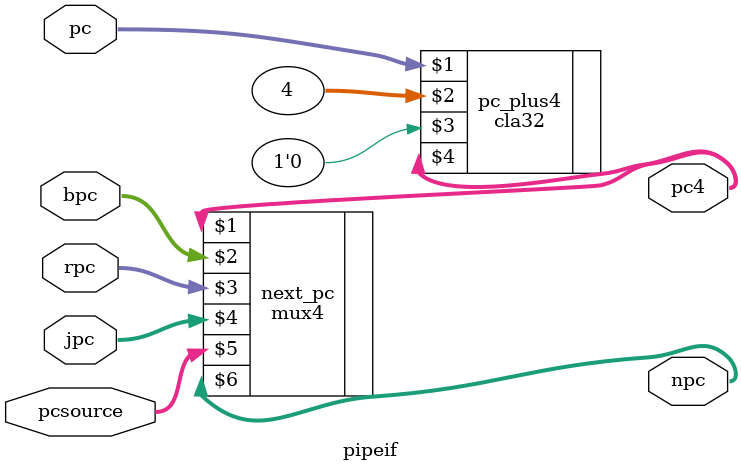
<source format=v>
module pipeif (pcsource, pc, bpc, rpc, jpc, npc, pc4);

    input [31:0] pc, bpc, rpc, jpc;
    input [1:0]  pcsource;
    output [31:0] npc, pc4;

    mux4 next_pc (pc4, bpc, rpc, jpc, pcsource, npc);
    cla32 pc_plus4 (pc, 32'h4, 1'b0, pc4);
    //pipeimem inst_mem (pc, ins);

endmodule
</source>
